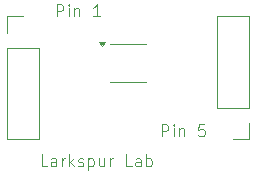
<source format=gbr>
%TF.GenerationSoftware,KiCad,Pcbnew,9.0.1*%
%TF.CreationDate,2025-07-19T06:57:49-04:00*%
%TF.ProjectId,MCP9808,4d435039-3830-4382-9e6b-696361645f70,rev?*%
%TF.SameCoordinates,Original*%
%TF.FileFunction,Legend,Top*%
%TF.FilePolarity,Positive*%
%FSLAX46Y46*%
G04 Gerber Fmt 4.6, Leading zero omitted, Abs format (unit mm)*
G04 Created by KiCad (PCBNEW 9.0.1) date 2025-07-19 06:57:49*
%MOMM*%
%LPD*%
G01*
G04 APERTURE LIST*
%ADD10C,0.100000*%
%ADD11C,0.120000*%
G04 APERTURE END LIST*
D10*
X148100074Y-101472419D02*
X147623884Y-101472419D01*
X147623884Y-101472419D02*
X147623884Y-100472419D01*
X148861979Y-101472419D02*
X148861979Y-100948609D01*
X148861979Y-100948609D02*
X148814360Y-100853371D01*
X148814360Y-100853371D02*
X148719122Y-100805752D01*
X148719122Y-100805752D02*
X148528646Y-100805752D01*
X148528646Y-100805752D02*
X148433408Y-100853371D01*
X148861979Y-101424800D02*
X148766741Y-101472419D01*
X148766741Y-101472419D02*
X148528646Y-101472419D01*
X148528646Y-101472419D02*
X148433408Y-101424800D01*
X148433408Y-101424800D02*
X148385789Y-101329561D01*
X148385789Y-101329561D02*
X148385789Y-101234323D01*
X148385789Y-101234323D02*
X148433408Y-101139085D01*
X148433408Y-101139085D02*
X148528646Y-101091466D01*
X148528646Y-101091466D02*
X148766741Y-101091466D01*
X148766741Y-101091466D02*
X148861979Y-101043847D01*
X149338170Y-101472419D02*
X149338170Y-100805752D01*
X149338170Y-100996228D02*
X149385789Y-100900990D01*
X149385789Y-100900990D02*
X149433408Y-100853371D01*
X149433408Y-100853371D02*
X149528646Y-100805752D01*
X149528646Y-100805752D02*
X149623884Y-100805752D01*
X149957218Y-101472419D02*
X149957218Y-100472419D01*
X150052456Y-101091466D02*
X150338170Y-101472419D01*
X150338170Y-100805752D02*
X149957218Y-101186704D01*
X150719123Y-101424800D02*
X150814361Y-101472419D01*
X150814361Y-101472419D02*
X151004837Y-101472419D01*
X151004837Y-101472419D02*
X151100075Y-101424800D01*
X151100075Y-101424800D02*
X151147694Y-101329561D01*
X151147694Y-101329561D02*
X151147694Y-101281942D01*
X151147694Y-101281942D02*
X151100075Y-101186704D01*
X151100075Y-101186704D02*
X151004837Y-101139085D01*
X151004837Y-101139085D02*
X150861980Y-101139085D01*
X150861980Y-101139085D02*
X150766742Y-101091466D01*
X150766742Y-101091466D02*
X150719123Y-100996228D01*
X150719123Y-100996228D02*
X150719123Y-100948609D01*
X150719123Y-100948609D02*
X150766742Y-100853371D01*
X150766742Y-100853371D02*
X150861980Y-100805752D01*
X150861980Y-100805752D02*
X151004837Y-100805752D01*
X151004837Y-100805752D02*
X151100075Y-100853371D01*
X151576266Y-100805752D02*
X151576266Y-101805752D01*
X151576266Y-100853371D02*
X151671504Y-100805752D01*
X151671504Y-100805752D02*
X151861980Y-100805752D01*
X151861980Y-100805752D02*
X151957218Y-100853371D01*
X151957218Y-100853371D02*
X152004837Y-100900990D01*
X152004837Y-100900990D02*
X152052456Y-100996228D01*
X152052456Y-100996228D02*
X152052456Y-101281942D01*
X152052456Y-101281942D02*
X152004837Y-101377180D01*
X152004837Y-101377180D02*
X151957218Y-101424800D01*
X151957218Y-101424800D02*
X151861980Y-101472419D01*
X151861980Y-101472419D02*
X151671504Y-101472419D01*
X151671504Y-101472419D02*
X151576266Y-101424800D01*
X152909599Y-100805752D02*
X152909599Y-101472419D01*
X152481028Y-100805752D02*
X152481028Y-101329561D01*
X152481028Y-101329561D02*
X152528647Y-101424800D01*
X152528647Y-101424800D02*
X152623885Y-101472419D01*
X152623885Y-101472419D02*
X152766742Y-101472419D01*
X152766742Y-101472419D02*
X152861980Y-101424800D01*
X152861980Y-101424800D02*
X152909599Y-101377180D01*
X153385790Y-101472419D02*
X153385790Y-100805752D01*
X153385790Y-100996228D02*
X153433409Y-100900990D01*
X153433409Y-100900990D02*
X153481028Y-100853371D01*
X153481028Y-100853371D02*
X153576266Y-100805752D01*
X153576266Y-100805752D02*
X153671504Y-100805752D01*
X155242933Y-101472419D02*
X154766743Y-101472419D01*
X154766743Y-101472419D02*
X154766743Y-100472419D01*
X156004838Y-101472419D02*
X156004838Y-100948609D01*
X156004838Y-100948609D02*
X155957219Y-100853371D01*
X155957219Y-100853371D02*
X155861981Y-100805752D01*
X155861981Y-100805752D02*
X155671505Y-100805752D01*
X155671505Y-100805752D02*
X155576267Y-100853371D01*
X156004838Y-101424800D02*
X155909600Y-101472419D01*
X155909600Y-101472419D02*
X155671505Y-101472419D01*
X155671505Y-101472419D02*
X155576267Y-101424800D01*
X155576267Y-101424800D02*
X155528648Y-101329561D01*
X155528648Y-101329561D02*
X155528648Y-101234323D01*
X155528648Y-101234323D02*
X155576267Y-101139085D01*
X155576267Y-101139085D02*
X155671505Y-101091466D01*
X155671505Y-101091466D02*
X155909600Y-101091466D01*
X155909600Y-101091466D02*
X156004838Y-101043847D01*
X156481029Y-101472419D02*
X156481029Y-100472419D01*
X156481029Y-100853371D02*
X156576267Y-100805752D01*
X156576267Y-100805752D02*
X156766743Y-100805752D01*
X156766743Y-100805752D02*
X156861981Y-100853371D01*
X156861981Y-100853371D02*
X156909600Y-100900990D01*
X156909600Y-100900990D02*
X156957219Y-100996228D01*
X156957219Y-100996228D02*
X156957219Y-101281942D01*
X156957219Y-101281942D02*
X156909600Y-101377180D01*
X156909600Y-101377180D02*
X156861981Y-101424800D01*
X156861981Y-101424800D02*
X156766743Y-101472419D01*
X156766743Y-101472419D02*
X156576267Y-101472419D01*
X156576267Y-101472419D02*
X156481029Y-101424800D01*
X157783884Y-98932419D02*
X157783884Y-97932419D01*
X157783884Y-97932419D02*
X158164836Y-97932419D01*
X158164836Y-97932419D02*
X158260074Y-97980038D01*
X158260074Y-97980038D02*
X158307693Y-98027657D01*
X158307693Y-98027657D02*
X158355312Y-98122895D01*
X158355312Y-98122895D02*
X158355312Y-98265752D01*
X158355312Y-98265752D02*
X158307693Y-98360990D01*
X158307693Y-98360990D02*
X158260074Y-98408609D01*
X158260074Y-98408609D02*
X158164836Y-98456228D01*
X158164836Y-98456228D02*
X157783884Y-98456228D01*
X158783884Y-98932419D02*
X158783884Y-98265752D01*
X158783884Y-97932419D02*
X158736265Y-97980038D01*
X158736265Y-97980038D02*
X158783884Y-98027657D01*
X158783884Y-98027657D02*
X158831503Y-97980038D01*
X158831503Y-97980038D02*
X158783884Y-97932419D01*
X158783884Y-97932419D02*
X158783884Y-98027657D01*
X159260074Y-98265752D02*
X159260074Y-98932419D01*
X159260074Y-98360990D02*
X159307693Y-98313371D01*
X159307693Y-98313371D02*
X159402931Y-98265752D01*
X159402931Y-98265752D02*
X159545788Y-98265752D01*
X159545788Y-98265752D02*
X159641026Y-98313371D01*
X159641026Y-98313371D02*
X159688645Y-98408609D01*
X159688645Y-98408609D02*
X159688645Y-98932419D01*
X161402931Y-97932419D02*
X160926741Y-97932419D01*
X160926741Y-97932419D02*
X160879122Y-98408609D01*
X160879122Y-98408609D02*
X160926741Y-98360990D01*
X160926741Y-98360990D02*
X161021979Y-98313371D01*
X161021979Y-98313371D02*
X161260074Y-98313371D01*
X161260074Y-98313371D02*
X161355312Y-98360990D01*
X161355312Y-98360990D02*
X161402931Y-98408609D01*
X161402931Y-98408609D02*
X161450550Y-98503847D01*
X161450550Y-98503847D02*
X161450550Y-98741942D01*
X161450550Y-98741942D02*
X161402931Y-98837180D01*
X161402931Y-98837180D02*
X161355312Y-98884800D01*
X161355312Y-98884800D02*
X161260074Y-98932419D01*
X161260074Y-98932419D02*
X161021979Y-98932419D01*
X161021979Y-98932419D02*
X160926741Y-98884800D01*
X160926741Y-98884800D02*
X160879122Y-98837180D01*
X148893884Y-88772419D02*
X148893884Y-87772419D01*
X148893884Y-87772419D02*
X149274836Y-87772419D01*
X149274836Y-87772419D02*
X149370074Y-87820038D01*
X149370074Y-87820038D02*
X149417693Y-87867657D01*
X149417693Y-87867657D02*
X149465312Y-87962895D01*
X149465312Y-87962895D02*
X149465312Y-88105752D01*
X149465312Y-88105752D02*
X149417693Y-88200990D01*
X149417693Y-88200990D02*
X149370074Y-88248609D01*
X149370074Y-88248609D02*
X149274836Y-88296228D01*
X149274836Y-88296228D02*
X148893884Y-88296228D01*
X149893884Y-88772419D02*
X149893884Y-88105752D01*
X149893884Y-87772419D02*
X149846265Y-87820038D01*
X149846265Y-87820038D02*
X149893884Y-87867657D01*
X149893884Y-87867657D02*
X149941503Y-87820038D01*
X149941503Y-87820038D02*
X149893884Y-87772419D01*
X149893884Y-87772419D02*
X149893884Y-87867657D01*
X150370074Y-88105752D02*
X150370074Y-88772419D01*
X150370074Y-88200990D02*
X150417693Y-88153371D01*
X150417693Y-88153371D02*
X150512931Y-88105752D01*
X150512931Y-88105752D02*
X150655788Y-88105752D01*
X150655788Y-88105752D02*
X150751026Y-88153371D01*
X150751026Y-88153371D02*
X150798645Y-88248609D01*
X150798645Y-88248609D02*
X150798645Y-88772419D01*
X152560550Y-88772419D02*
X151989122Y-88772419D01*
X152274836Y-88772419D02*
X152274836Y-87772419D01*
X152274836Y-87772419D02*
X152179598Y-87915276D01*
X152179598Y-87915276D02*
X152084360Y-88010514D01*
X152084360Y-88010514D02*
X151989122Y-88058133D01*
D11*
%TO.C,U1*%
X154940000Y-91130000D02*
X153440000Y-91130000D01*
X154940000Y-91130000D02*
X156440000Y-91130000D01*
X154940000Y-94350000D02*
X153440000Y-94350000D01*
X154940000Y-94350000D02*
X156440000Y-94350000D01*
X152727500Y-91305000D02*
X152487500Y-90975000D01*
X152967500Y-90975000D01*
X152727500Y-91305000D01*
G36*
X152727500Y-91305000D02*
G01*
X152487500Y-90975000D01*
X152967500Y-90975000D01*
X152727500Y-91305000D01*
G37*
%TO.C,J2*%
X165210000Y-99170000D02*
X163830000Y-99170000D01*
X165210000Y-97790000D02*
X165210000Y-99170000D01*
X165210000Y-96520000D02*
X165210000Y-88790000D01*
X165210000Y-96520000D02*
X162450000Y-96520000D01*
X165210000Y-88790000D02*
X162450000Y-88790000D01*
X162450000Y-96520000D02*
X162450000Y-88790000D01*
%TO.C,J1*%
X144670000Y-88790000D02*
X146050000Y-88790000D01*
X144670000Y-90170000D02*
X144670000Y-88790000D01*
X144670000Y-91440000D02*
X144670000Y-99170000D01*
X144670000Y-91440000D02*
X147430000Y-91440000D01*
X144670000Y-99170000D02*
X147430000Y-99170000D01*
X147430000Y-91440000D02*
X147430000Y-99170000D01*
%TD*%
M02*

</source>
